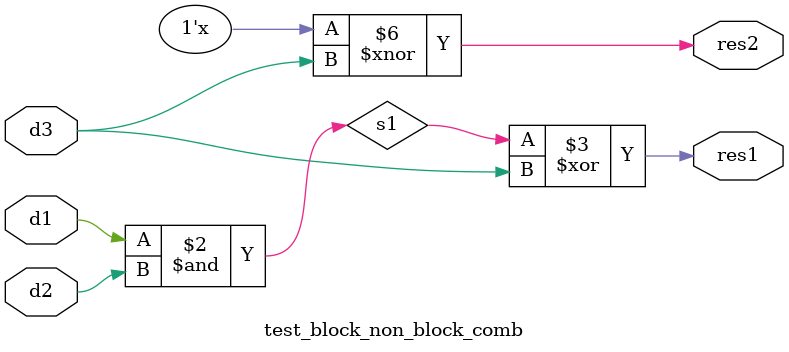
<source format=v>
`timescale 1ns / 1ps

module test_block_non_block_comb(
    
    input d1,d2,d3,
    output reg res1,res2
    );
    
    reg s1,s2;
    always @(*) begin
     s1=d1 & d2;
     res1=s1 ^d3;
    end  
 
    always @(*) begin
     s2<=d1 & d2;
     res2<=s2 ^~d3;
    end
    
    
endmodule

</source>
